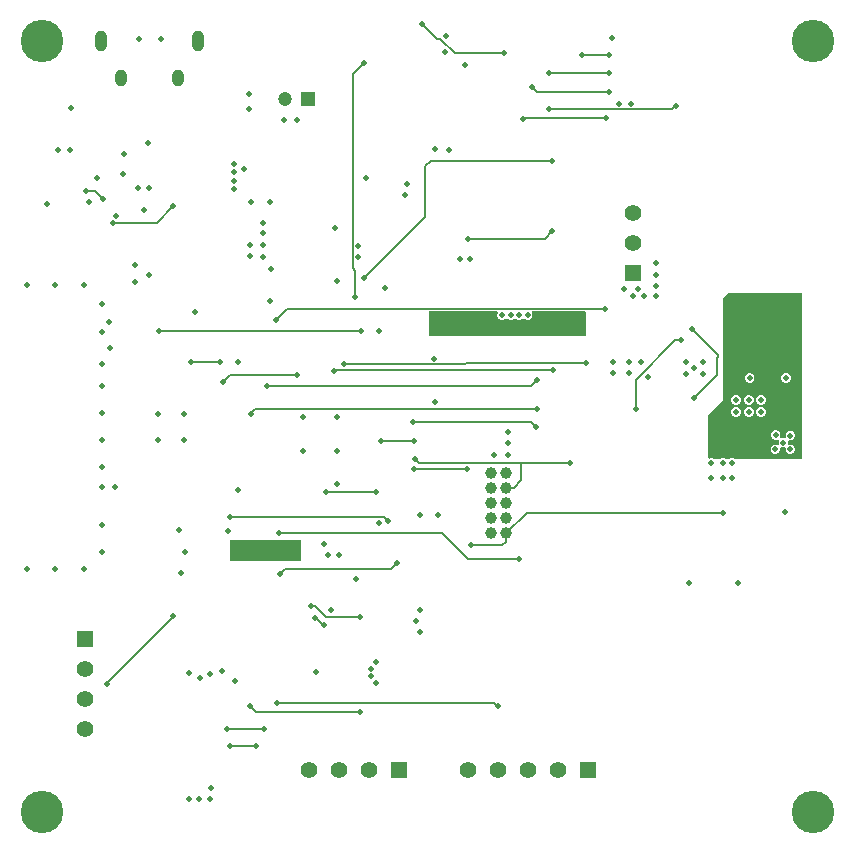
<source format=gbl>
G04*
G04 #@! TF.GenerationSoftware,Altium Limited,Altium Designer,23.2.1 (34)*
G04*
G04 Layer_Physical_Order=4*
G04 Layer_Color=16711680*
%FSLAX44Y44*%
%MOMM*%
G71*
G04*
G04 #@! TF.SameCoordinates,6C2AB55D-B72B-4B93-AE35-0C838568E6CE*
G04*
G04*
G04 #@! TF.FilePolarity,Positive*
G04*
G01*
G75*
%ADD15C,0.1524*%
%ADD126C,3.6000*%
%ADD127C,1.3980*%
%ADD128R,1.3980X1.3980*%
%ADD129C,1.0058*%
%ADD130O,1.0000X1.4600*%
%ADD131O,1.0000X1.8000*%
%ADD132R,1.3980X1.3980*%
%ADD133R,1.2000X1.2000*%
%ADD134C,1.2000*%
%ADD135C,0.5080*%
%ADD136C,0.5000*%
G36*
X242867Y237024D02*
X242642Y236481D01*
X183390D01*
Y254359D01*
X242867D01*
Y237024D01*
D02*
G37*
G36*
X484692Y446855D02*
X484575Y440833D01*
X484316Y427500D01*
X483791Y426975D01*
X351738D01*
Y447762D01*
X409357D01*
X409938Y446546D01*
X409323Y445061D01*
Y443454D01*
X409938Y441969D01*
X411074Y440833D01*
X412559Y440218D01*
X414166D01*
X415651Y440833D01*
X416250Y441431D01*
X416925Y441903D01*
X417909Y441431D01*
X418363Y440978D01*
X419847Y440363D01*
X421455D01*
X422939Y440978D01*
X423373Y441412D01*
X424203Y442021D01*
X425033Y441412D01*
X425466Y440978D01*
X426951Y440363D01*
X428558D01*
X430043Y440978D01*
X430560Y441495D01*
X431390Y441989D01*
X432220Y441495D01*
X432737Y440978D01*
X434222Y440363D01*
X435829D01*
X437314Y440978D01*
X438451Y442114D01*
X439066Y443599D01*
Y445206D01*
X438533Y446492D01*
X439040Y447762D01*
X483803D01*
X484692Y446855D01*
D02*
G37*
G36*
X667217Y322613D02*
X610525Y322613D01*
X610463Y322675D01*
X608978Y323290D01*
X607371D01*
X605886Y322675D01*
X605824Y322613D01*
X602838D01*
X602776Y322675D01*
X601291Y323290D01*
X599684D01*
X598199Y322675D01*
X598137Y322613D01*
X592694D01*
X592632Y322675D01*
X591147Y323290D01*
X589540D01*
X589132Y323121D01*
X587862Y323970D01*
Y359522D01*
X587464Y359921D01*
X600276Y372732D01*
Y458587D01*
X605059Y463370D01*
X667217D01*
Y322613D01*
D02*
G37*
%LPC*%
G36*
X654435Y395227D02*
X652828D01*
X651343Y394612D01*
X650207Y393475D01*
X649592Y391991D01*
Y390383D01*
X650207Y388898D01*
X651343Y387762D01*
X652828Y387147D01*
X654435D01*
X655920Y387762D01*
X657057Y388898D01*
X657672Y390383D01*
Y391991D01*
X657057Y393475D01*
X655920Y394612D01*
X654435Y395227D01*
D02*
G37*
G36*
X623769D02*
X622162D01*
X620677Y394612D01*
X619540Y393475D01*
X618925Y391991D01*
Y390383D01*
X619540Y388898D01*
X620677Y387762D01*
X622162Y387147D01*
X623769D01*
X625254Y387762D01*
X626390Y388898D01*
X627005Y390383D01*
Y391991D01*
X626390Y393475D01*
X625254Y394612D01*
X623769Y395227D01*
D02*
G37*
G36*
X633368Y376607D02*
X631761D01*
X630276Y375992D01*
X629140Y374856D01*
X628525Y373371D01*
Y371764D01*
X629140Y370279D01*
X630276Y369142D01*
X631761Y368527D01*
X633368D01*
X634853Y369142D01*
X635990Y370279D01*
X636605Y371764D01*
Y373371D01*
X635990Y374856D01*
X634853Y375992D01*
X633368Y376607D01*
D02*
G37*
G36*
X623030D02*
X621423D01*
X619938Y375992D01*
X618801Y374856D01*
X618186Y373371D01*
Y371764D01*
X618801Y370279D01*
X619938Y369142D01*
X621423Y368527D01*
X623030D01*
X624515Y369142D01*
X625651Y370279D01*
X626266Y371764D01*
Y373371D01*
X625651Y374856D01*
X624515Y375992D01*
X623030Y376607D01*
D02*
G37*
G36*
X612316D02*
X610709D01*
X609224Y375992D01*
X608087Y374856D01*
X607472Y373371D01*
Y371764D01*
X608087Y370279D01*
X609224Y369142D01*
X610709Y368527D01*
X612316D01*
X613801Y369142D01*
X614937Y370279D01*
X615552Y371764D01*
Y373371D01*
X614937Y374856D01*
X613801Y375992D01*
X612316Y376607D01*
D02*
G37*
G36*
X633373Y366507D02*
X631766D01*
X630281Y365892D01*
X629144Y364756D01*
X628529Y363271D01*
Y361664D01*
X629144Y360179D01*
X630281Y359042D01*
X631766Y358427D01*
X633373D01*
X634858Y359042D01*
X635994Y360179D01*
X636609Y361664D01*
Y363271D01*
X635994Y364756D01*
X634858Y365892D01*
X633373Y366507D01*
D02*
G37*
G36*
X623089D02*
X621482D01*
X619997Y365892D01*
X618861Y364756D01*
X618246Y363271D01*
Y361664D01*
X618861Y360179D01*
X619997Y359042D01*
X621482Y358427D01*
X623089D01*
X624574Y359042D01*
X625710Y360179D01*
X626326Y361664D01*
Y363271D01*
X625710Y364756D01*
X624574Y365892D01*
X623089Y366507D01*
D02*
G37*
G36*
X612273D02*
X610666D01*
X609181Y365892D01*
X608044Y364756D01*
X607429Y363271D01*
Y361664D01*
X608044Y360179D01*
X609181Y359042D01*
X610666Y358427D01*
X612273D01*
X613758Y359042D01*
X614894Y360179D01*
X615509Y361664D01*
Y363271D01*
X614894Y364756D01*
X613758Y365892D01*
X612273Y366507D01*
D02*
G37*
G36*
X645777Y346902D02*
X644169D01*
X642684Y346287D01*
X641548Y345150D01*
X640933Y343665D01*
Y342058D01*
X641548Y340573D01*
X642684Y339437D01*
X644169Y338821D01*
X645777D01*
X646862Y339271D01*
X647869Y338385D01*
X647424Y337311D01*
Y335704D01*
X647566Y335363D01*
X646585Y334412D01*
X645565Y334834D01*
X643958D01*
X642474Y334219D01*
X641337Y333082D01*
X640722Y331598D01*
Y329990D01*
X641337Y328506D01*
X642474Y327369D01*
X643958Y326754D01*
X645565D01*
X647050Y327369D01*
X648187Y328506D01*
X648802Y329990D01*
Y331598D01*
X648661Y331939D01*
X649641Y332890D01*
X650661Y332467D01*
X652268D01*
X652375Y332512D01*
X653371Y331598D01*
Y329990D01*
X653986Y328506D01*
X655122Y327369D01*
X656607Y326754D01*
X658214D01*
X659699Y327369D01*
X660836Y328506D01*
X661451Y329990D01*
Y331598D01*
X660836Y333082D01*
X659699Y334219D01*
X658214Y334834D01*
X656607D01*
X656500Y334790D01*
X655505Y335704D01*
Y337311D01*
X655346Y337695D01*
X656318Y338667D01*
X656607Y338547D01*
X658214D01*
X659699Y339162D01*
X660836Y340298D01*
X661451Y341783D01*
Y343390D01*
X660836Y344875D01*
X659699Y346012D01*
X658214Y346627D01*
X656607D01*
X655122Y346012D01*
X653986Y344875D01*
X653371Y343390D01*
Y341783D01*
X653530Y341400D01*
X652558Y340428D01*
X652268Y340547D01*
X650661D01*
X649576Y340098D01*
X648568Y340984D01*
X649013Y342058D01*
Y343665D01*
X648398Y345150D01*
X647261Y346287D01*
X645777Y346902D01*
D02*
G37*
%LPD*%
D15*
X434165Y277334D02*
X600487D01*
X416642Y259810D02*
X434165Y277334D01*
X449862Y509309D02*
X456006Y515454D01*
X384405Y509309D02*
X449862D01*
X121189Y522764D02*
X135138Y536712D01*
X83592Y522764D02*
X121189D01*
X255325Y187717D02*
X255887D01*
X261704Y181900D02*
X262267D01*
X255887Y187717D02*
X261704Y181900D01*
X224559Y260163D02*
X362515D01*
X384782Y237896D01*
X313006Y273972D02*
X316832Y270146D01*
X324444Y234459D02*
X324484D01*
X183270Y273972D02*
X313006D01*
X271174Y397730D02*
X456515D01*
X456745Y397960D01*
X270944Y397500D02*
X271174Y397730D01*
X557402Y618757D02*
X560218Y621573D01*
X452725Y618757D02*
X557402D01*
X430862Y611017D02*
X501117D01*
X501205Y611105D01*
X319536Y229552D02*
X324444Y234459D01*
X386905Y249497D02*
X413383D01*
X416381Y252495D01*
Y259549D02*
X416642Y259810D01*
X416381Y252495D02*
Y259549D01*
X68865Y549535D02*
X75424Y542976D01*
X61409Y549535D02*
X68865D01*
X384782Y237896D02*
X427863D01*
X225445Y225220D02*
X229776Y229552D01*
X319536D01*
X416954Y298222D02*
X423064D01*
X429764Y304922D02*
Y319250D01*
X416642Y297910D02*
X416954Y298222D01*
X423064D02*
X429764Y304922D01*
Y319250D02*
X470500D01*
X343371D02*
X429764D01*
X437799Y384802D02*
X442755Y389757D01*
X338381Y313960D02*
X383405D01*
X340008Y322613D02*
X343371Y319250D01*
X339965Y322613D02*
X340008D01*
X264433Y294960D02*
X306427D01*
X211636Y94158D02*
X211890Y94412D01*
X183027Y393633D02*
X239621D01*
X177445Y388051D02*
X183027Y393633D01*
X221882Y440750D02*
X231200Y450068D01*
X200886Y360573D02*
Y361423D01*
X204384Y364921D01*
X442755D01*
X214715Y384802D02*
X437799D01*
X337817Y354323D02*
X438108D01*
X442250Y350181D01*
X348461Y570553D02*
X352995Y575086D01*
X296406Y475920D02*
X348461Y527976D01*
Y570553D01*
X352995Y575086D02*
X455260D01*
X286802Y648676D02*
X296048Y657922D01*
X286802Y484149D02*
X289215Y481736D01*
X286802Y484149D02*
Y648676D01*
X289215Y460068D02*
Y481736D01*
X481105Y665150D02*
X504163D01*
X430734Y610889D02*
X430862Y611017D01*
X382662Y403576D02*
X484755D01*
X381969Y402882D02*
X382662Y403576D01*
X231200Y450068D02*
X500834D01*
X575931Y374716D02*
X595062Y393848D01*
X573926Y432765D02*
X596035Y410656D01*
X595062Y393848D02*
Y408421D01*
X596035Y409394D02*
Y410656D01*
X595062Y408421D02*
X596035Y409394D01*
X526829Y389997D02*
X560055Y423222D01*
X564608D02*
X564881Y423495D01*
X526829Y365317D02*
Y389997D01*
X560055Y423222D02*
X564608D01*
X279877Y402882D02*
X381969D01*
X174138Y405058D02*
X174318Y404878D01*
X150210Y405058D02*
X174138D01*
X150030Y405238D02*
X150210Y405058D01*
X122890Y430999D02*
X293434D01*
X293683Y431249D01*
X310500Y337961D02*
X338381D01*
X183074Y80000D02*
X205088D01*
X409488Y113584D02*
X409533D01*
X406903Y116170D02*
X409488Y113584D01*
X222707Y116170D02*
X406903D01*
X180668Y94158D02*
X211636D01*
X180414Y93904D02*
X180668Y94158D01*
X251890Y198655D02*
X254699D01*
X264433Y188921D01*
X438755Y637672D02*
X443107Y633320D01*
X504000D01*
X452725Y649517D02*
X504163D01*
X264433Y188921D02*
X293130D01*
X200140Y113584D02*
X205088Y108636D01*
X248280D02*
X248332Y108584D01*
X293130D01*
X205088Y108636D02*
X248280D01*
X361047Y678537D02*
X373097Y666487D01*
X345750Y691252D02*
X358465Y678537D01*
X361047D01*
X373097Y666487D02*
X414755D01*
X78835Y133059D02*
X134945Y189170D01*
Y189717D01*
X78835Y132512D02*
Y133059D01*
D126*
X676500Y676500D02*
D03*
X23500Y23500D02*
D03*
X676500D02*
D03*
X23500Y676500D02*
D03*
D127*
X409626Y59360D02*
D03*
X435026D02*
D03*
X460426D02*
D03*
X384226D02*
D03*
X249962Y59406D02*
D03*
X275362D02*
D03*
X300762D02*
D03*
X523916Y531090D02*
D03*
Y505690D02*
D03*
X60000Y94412D02*
D03*
Y119812D02*
D03*
Y145212D02*
D03*
D128*
X485826Y59360D02*
D03*
X326162Y59406D02*
D03*
D129*
X416642Y259810D02*
D03*
X403942D02*
D03*
Y285210D02*
D03*
Y272510D02*
D03*
X416642Y285210D02*
D03*
Y272510D02*
D03*
Y297910D02*
D03*
Y310610D02*
D03*
X403942Y297910D02*
D03*
Y310610D02*
D03*
D130*
X90732Y645700D02*
D03*
X139232D02*
D03*
D131*
X73982Y676500D02*
D03*
X155982D02*
D03*
D132*
X523916Y480290D02*
D03*
X60000Y170612D02*
D03*
D133*
X249382Y627886D02*
D03*
D134*
X229382D02*
D03*
D135*
X167270Y43969D02*
D03*
X302335Y138686D02*
D03*
X406462Y326402D02*
D03*
X653632Y391187D02*
D03*
X622965D02*
D03*
X646750Y456358D02*
D03*
X660242Y418753D02*
D03*
X660433Y426975D02*
D03*
Y436264D02*
D03*
X660374Y445552D02*
D03*
X660305Y454684D02*
D03*
X602857Y341400D02*
D03*
X602728Y330539D02*
D03*
X610129Y330794D02*
D03*
X608174Y306263D02*
D03*
X590344D02*
D03*
Y319250D02*
D03*
X600487Y306263D02*
D03*
Y319250D02*
D03*
X148415Y141180D02*
D03*
X165707Y140632D02*
D03*
X148162Y34600D02*
D03*
X165707Y34600D02*
D03*
X427755Y444403D02*
D03*
X435026D02*
D03*
X418586Y326402D02*
D03*
Y345185D02*
D03*
X420651Y444403D02*
D03*
X528156Y466761D02*
D03*
X516803Y466600D02*
D03*
X523916Y460962D02*
D03*
X533692Y461020D02*
D03*
X543265Y460962D02*
D03*
Y469027D02*
D03*
Y478793D02*
D03*
Y488259D02*
D03*
X537329Y391876D02*
D03*
X521078Y395294D02*
D03*
X507046D02*
D03*
X531139Y404938D02*
D03*
X521078D02*
D03*
X507046D02*
D03*
X186000Y551288D02*
D03*
X216920Y540212D02*
D03*
X201043Y540677D02*
D03*
X297787Y560568D02*
D03*
X333155Y555397D02*
D03*
X198733Y618776D02*
D03*
X199431Y631500D02*
D03*
X239382Y610106D02*
D03*
X228395D02*
D03*
X632569Y362467D02*
D03*
X622286D02*
D03*
X611469D02*
D03*
X632565Y372567D02*
D03*
X622226D02*
D03*
X611512D02*
D03*
X210676Y513830D02*
D03*
Y522903D02*
D03*
X199722Y503545D02*
D03*
Y494303D02*
D03*
X210676Y503545D02*
D03*
Y494020D02*
D03*
X11058Y229552D02*
D03*
X34826D02*
D03*
X59794D02*
D03*
X74358Y266929D02*
D03*
X74558Y243700D02*
D03*
X74575Y361744D02*
D03*
X74775Y338516D02*
D03*
X74558Y299000D02*
D03*
X74575Y315547D02*
D03*
X74781Y402857D02*
D03*
X74758Y384105D02*
D03*
Y430303D02*
D03*
X74558Y453531D02*
D03*
X59794Y470121D02*
D03*
X34826D02*
D03*
X11058D02*
D03*
X86280Y528770D02*
D03*
X83592Y522764D02*
D03*
X289746Y221459D02*
D03*
X255325Y187717D02*
D03*
X275692Y241504D02*
D03*
X224559Y260163D02*
D03*
X309445Y268831D02*
D03*
X316832Y270146D02*
D03*
X324484Y234459D02*
D03*
X183270Y273972D02*
D03*
X456745Y397960D02*
D03*
X512250Y623559D02*
D03*
X522354D02*
D03*
X501205Y611105D02*
D03*
X452725Y618757D02*
D03*
X427863Y237896D02*
D03*
X386905Y249497D02*
D03*
X92765Y564136D02*
D03*
X47226Y584740D02*
D03*
X92879Y580886D02*
D03*
X70547Y560988D02*
D03*
X63732Y540326D02*
D03*
X135138Y536712D02*
D03*
X61409Y549535D02*
D03*
X28250Y538485D02*
D03*
X385905Y492000D02*
D03*
X377905D02*
D03*
X383405Y313960D02*
D03*
X338381D02*
D03*
X268268Y194816D02*
D03*
X262267Y181900D02*
D03*
X302335Y145209D02*
D03*
X188449Y249467D02*
D03*
X265599Y241504D02*
D03*
X180414Y93904D02*
D03*
X183074Y80000D02*
D03*
X187640Y134400D02*
D03*
X175821Y142920D02*
D03*
X200140Y113584D02*
D03*
X359352Y275709D02*
D03*
X156776Y34600D02*
D03*
X157207Y136900D02*
D03*
X140000Y262858D02*
D03*
X568762Y394772D02*
D03*
X576262Y399772D02*
D03*
X568762Y404772D02*
D03*
X583762Y394772D02*
D03*
Y404772D02*
D03*
X345750Y691252D02*
D03*
X414755Y666487D02*
D03*
X430734Y610889D02*
D03*
X504163Y649517D02*
D03*
Y665150D02*
D03*
X189650Y404878D02*
D03*
X85450Y299000D02*
D03*
X81445Y417000D02*
D03*
X293130Y108584D02*
D03*
X141520Y226016D02*
D03*
X145230Y243593D02*
D03*
X181209Y262094D02*
D03*
X78835Y132512D02*
D03*
X134945Y189717D02*
D03*
X186000Y558266D02*
D03*
X314479Y467851D02*
D03*
X272193Y518086D02*
D03*
X217920Y483750D02*
D03*
X560218Y621573D02*
D03*
X442755Y389757D02*
D03*
X500834Y450068D02*
D03*
X289215Y460068D02*
D03*
X177445Y388051D02*
D03*
X150030Y405238D02*
D03*
X174318Y404878D02*
D03*
X296048Y657922D02*
D03*
X216920Y456300D02*
D03*
X418586Y336052D02*
D03*
X37226Y584740D02*
D03*
X339965Y322613D02*
D03*
X470500Y319250D02*
D03*
X338381Y337961D02*
D03*
X310500D02*
D03*
X652958Y277780D02*
D03*
X279877Y402882D02*
D03*
X270944Y397500D02*
D03*
X484755Y403576D02*
D03*
X205088Y80000D02*
D03*
X409533Y113584D02*
D03*
X222707Y116170D02*
D03*
X211890Y94158D02*
D03*
X251890Y198655D02*
D03*
X234890Y246984D02*
D03*
X75424Y542976D02*
D03*
X225445Y225220D02*
D03*
X438755Y637672D02*
D03*
X504000Y633320D02*
D03*
X452725Y649517D02*
D03*
X264433Y294960D02*
D03*
X344237Y275709D02*
D03*
X293130Y188921D02*
D03*
X340117Y185767D02*
D03*
X113784Y590549D02*
D03*
X48719Y619835D02*
D03*
X306427Y294960D02*
D03*
X273617Y301294D02*
D03*
X239621Y393633D02*
D03*
X221882Y440750D02*
D03*
X200886Y360573D02*
D03*
X214715Y384802D02*
D03*
X442755Y364921D02*
D03*
X337817Y354323D02*
D03*
X442250Y350181D02*
D03*
X331434Y546084D02*
D03*
X455260Y575086D02*
D03*
X296406Y475920D02*
D03*
X481105Y665150D02*
D03*
X309445Y431249D02*
D03*
X273305Y358386D02*
D03*
X244755Y329146D02*
D03*
X273305D02*
D03*
X368000Y583945D02*
D03*
X273867Y473818D02*
D03*
X291604Y502888D02*
D03*
Y493750D02*
D03*
X356816Y371047D02*
D03*
X357206Y433238D02*
D03*
X124357Y678500D02*
D03*
X105607D02*
D03*
X344117Y176326D02*
D03*
Y194517D02*
D03*
X189445Y296250D02*
D03*
X657411Y330794D02*
D03*
X608174Y319250D02*
D03*
X153515Y446813D02*
D03*
X122890Y430999D02*
D03*
X293683Y431249D02*
D03*
X575931Y374716D02*
D03*
X355631Y407750D02*
D03*
X413363Y444258D02*
D03*
X357206Y441803D02*
D03*
X456745Y432765D02*
D03*
X457548Y441602D02*
D03*
X244755Y358386D02*
D03*
X186000Y565891D02*
D03*
X194511Y567884D02*
D03*
X186000Y572204D02*
D03*
X144375Y360446D02*
D03*
Y338626D02*
D03*
X122195D02*
D03*
Y360446D02*
D03*
X382005Y656445D02*
D03*
X573926Y432765D02*
D03*
X564881Y423495D02*
D03*
X526829Y365317D02*
D03*
X644973Y342862D02*
D03*
X657411Y342587D02*
D03*
X651464Y336507D02*
D03*
X610215Y341400D02*
D03*
X644762Y330794D02*
D03*
X356245Y585116D02*
D03*
X365306Y667487D02*
D03*
X365567Y680808D02*
D03*
X306750Y151250D02*
D03*
Y133059D02*
D03*
X197975Y245671D02*
D03*
X237890Y241504D02*
D03*
X506750Y679250D02*
D03*
X255663Y142111D02*
D03*
X114763Y478621D02*
D03*
X102371Y472271D02*
D03*
Y486646D02*
D03*
X110415Y533860D02*
D03*
X114598Y552091D02*
D03*
X105366D02*
D03*
D136*
X613528Y217490D02*
D03*
X571792Y217293D02*
D03*
X600487Y277334D02*
D03*
X456006Y515454D02*
D03*
X384405Y509309D02*
D03*
X80424Y438727D02*
D03*
X262720Y251064D02*
D03*
M02*

</source>
